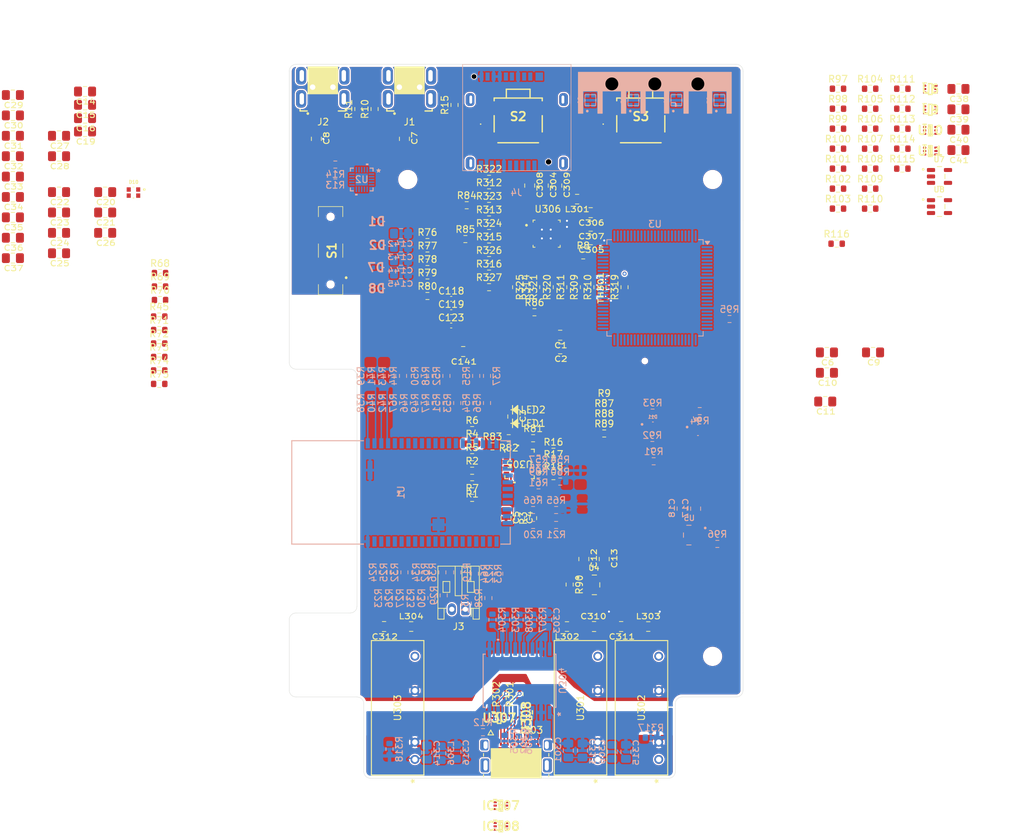
<source format=kicad_pcb>
(kicad_pcb (version 20240108) (generator "pcbnew") (generator_version "8.0")
  (layers (0 "F.Cu" signal) (1 "In1.Cu" power) (2 "In2.Cu" power) (31 "B.Cu" signal) (34 "B.Paste" user) (35 "F.Paste" user) (36 "B.SilkS" user "B.Silkscreen") (37 "F.SilkS" user "F.Silkscreen") (38 "B.Mask" user) (39 "F.Mask" user) (44 "Edge.Cuts" user))
  (net 0 "")
  (net 1 "/Charging_USB/CRFILT")
  (net 2 "/Charging_USB/XIN")
  (net 3 "/Charging_USB/XOUT")
  (net 4 "/Charging_USB/5V")
  (net 5 "/Charging_Isolation/VBUS0")
  (net 6 "GND")
  (net 7 "/Charging_USB/VSYS")
  (net 8 "/LEDs_Switches/SW_RECORD")
  (net 10 "/LEDs_Switches/SW_PLAY")
  (net 11 "/LEDs_Switches/SW_PWR")
  (net 12 "/LEDs_Switches/SW_BTPAIR")
  (net 13 "/Charging_USB/VBUS1")
  (net 14 "/Charging_USB/VDD1")
  (net 15 "/Charging_USB/REGN")
  (net 16 "/Charging_USB/BAT")
  (net 17 "/Charging_USB/PMID")
  (net 18 "/Charging_USB/SW")
  (net 19 "/Charging_USB/BTST")
  (net 20 "/Charging_USB/VBUS0")
  (net 21 "/Charging_Isolation/SBU2")
  (net 22 "/Charging_Isolation/DA+")
  (net 23 "/Charging_Isolation/CC1")
  (net 24 "/Charging_Isolation/DB-")
  (net 25 "/Charging_Isolation/CC2")
  (net 26 "/Charging_Isolation/SBU1")
  (net 27 "+5V")
  (net 28 "GNDPWR")
  (net 29 "Net-(U2-VCAP)")
  (net 30 "Net-(U2-OUT1)")
  (net 31 "Net-(U2-OUT0)")
  (net 32 "+3V3")
  (net 33 "Net-(U2-OUT2)")
  (net 34 "Net-(U2-OUT4)")
  (net 35 "Net-(U2-OUT3)")
  (net 36 "Net-(U2-OUT5)")
  (net 37 "Net-(U2-OUT7)")
  (net 38 "Net-(U2-OUT6)")
  (net 39 "Net-(U2-OUT8)")
  (net 40 "Net-(U2-OUT10)")
  (net 41 "Net-(U2-OUT11)")
  (net 42 "Net-(U2-OUT9)")
  (net 43 "Net-(U1-LED2)")
  (net 44 "/BT/SYS_PWR")
  (net 45 "Net-(U1-LED1)")
  (net 49 "Net-(S2-COM)")
  (net 50 "Net-(U1-P3_4{slash}UART_RTS)")
  (net 51 "Net-(U1-P8_6{slash}UART_RXD)")
  (net 52 "Net-(U1-P8_5{slash}UART_TXD)")
  (net 53 "Net-(U1-P3_7{slash}UART_CTS)")
  (net 54 "Net-(U2-IREF)")
  (net 55 "Net-(S3-COM)")
  (net 56 "/Buds/HR_INTR")
  (net 122 "/Charging_USB/DAB-")
  (net 123 "/Charging_USB/SBU1")
  (net 124 "Net-(J1-SHIELD-PadS1)")
  (net 125 "Net-(J2-SHIELD-PadS1)")
  (net 126 "/Charging_USB/CC1")
  (net 127 "/Buds/REF")
  (net 128 "/Buds/ADS_DRDYL")
  (net 129 "/Buds/I2C_SDA")
  (net 130 "/Charging_USB/DAB+")
  (net 131 "/Buds/I2C_SCL")
  (net 132 "/Buds/ENABLE_PINS")
  (net 133 "/Charging_USB/CC2")
  (net 134 "/Buds/SPI_CSL")
  (net 135 "/Buds/SPI_MISOL")
  (net 136 "/Buds/SPI_CKL")
  (net 137 "/Buds/IMU_CSL")
  (net 138 "/Charging_USB/SBU2")
  (net 139 "/Buds/SPI_MOSIL")
  (net 140 "/Buds/SPI_MOSIR")
  (net 141 "/Buds/SPI_MISOR")
  (net 142 "/Charging_USB/VOUT1")
  (net 143 "/Buds/SPI_CKR")
  (net 144 "/Charging_USB/VOUT2")
  (net 145 "/Buds/ADS_DRDYR")
  (net 146 "/Buds/SPI_CSR")
  (net 147 "/Charging_USB/VOUT3")
  (net 148 "/Charging_USB/VBUS_DET")
  (net 149 "/Charging_USB/RBIAS")
  (net 150 "/LEDs_Switches/LED_SCL")
  (net 151 "/LEDs_Switches/LED_SDA")
  (net 152 "/Charging_USB/TS")
  (net 153 "/Charging_USB/ILIM")
  (net 154 "Net-(J4-SHIELD-Pad10)")
  (net 155 "Net-(J303-SHIELD1)")
  (net 156 "/Charging_USB/PG")
  (net 157 "/Charging_USB/STAT")
  (net 158 "Net-(S1-NC_1)")
  (net 159 "Net-(S1-NO_3)")
  (net 160 "/Charging_USB/INT")
  (net 161 "Net-(U2-ADDR0)")
  (net 162 "Net-(U2-ADDR1)")
  (net 163 "/Charging_USB/SCL")
  (net 164 "/Charging_USB/SDA")
  (net 165 "/LEDs_Switches/LED_EN")
  (net 166 "/Charging_USB/UD-")
  (net 167 "/Charging_USB/SPD")
  (net 168 "/Charging_USB/PDEN")
  (net 169 "/Charging_USB/DD+")
  (net 170 "/Charging_USB/DD-")
  (net 171 "/Charging_USB/UD+")
  (net 172 "/Charging_USB/SPU")
  (net 173 "/Charging_USB/PIN")
  (net 174 "/Charging_USB/DMU")
  (net 175 "/Charging_USB/RESET_N")
  (net 176 "/Charging_USB/OCS1_N")
  (net 177 "/Charging_USB/PRTPWR2")
  (net 178 "/Charging_USB/OCS2_N")
  (net 179 "/Charging_USB/SUSP_IND")
  (net 180 "/Charging_USB/DPU")
  (net 181 "/Charging_USB/SMBDATA")
  (net 182 "/Charging_USB/SMBCLK")
  (net 183 "/Charging_USB/PRTPWR1")
  (net 184 "/Charging_USB/DP2")
  (net 185 "/Charging_USB/DM2")
  (net 186 "/Charging_USB/DM1")
  (net 187 "/Charging_USB/DP1")
  (net 188 "/Charging_USB/CE")
  (net 189 "/Charging_USB/PSEL")
  (net 190 "/Charging_USB/QON")
  (net 191 "/Charging_USB/OTG")
  (net 192 "Net-(J3--Batt)")
  (net 193 "Net-(J3-+Batt)")
  (net 194 "Net-(U1-BAT_IN)")
  (net 195 "Net-(U1-SKI_AMB_DET)")
  (net 196 "Net-(U1-SK2_KEY_AD)")
  (net 197 "Net-(U5-OUT)")
  (net 198 "Net-(U1-ADAP_IN)")
  (net 199 "Net-(U305-PLLFILT)")
  (net 200 "Net-(U304-VBUS2)")
  (net 201 "/MCU/VUSB")
  (net 202 "Net-(U3-VDDA)")
  (net 203 "/MCU/VBAT")
  (net 204 "Net-(U304-VDD2)")
  (net 205 "Net-(D9-Pad2)")
  (net 206 "Net-(D9-Pad1)")
  (net 207 "Net-(D9-Pad4)")
  (net 208 "Net-(D10-Pad1)")
  (net 209 "Net-(D10-Pad2)")
  (net 210 "Net-(D10-Pad4)")
  (net 211 "Net-(D11-Pad1)")
  (net 212 "Net-(D11-Pad4)")
  (net 213 "Net-(D11-Pad2)")
  (net 214 "/SPK_AUDIO+L")
  (net 215 "/TALK_MICL")
  (net 216 "/SPK_AUDIO-L")
  (net 217 "/SPK_AUDIO+R")
  (net 218 "/TALK_MICR")
  (net 219 "/SPK_AUDIO-R")
  (net 220 "Net-(U1-AOHPM)")
  (net 221 "Net-(U1-MICN1)")
  (net 222 "/BT/USB_DM")
  (net 223 "Net-(U1-AOHPL)")
  (net 224 "Net-(U1-P2_6)")
  (net 225 "Net-(U1-RST_N)")
  (net 226 "Net-(U1-AIR)")
  (net 227 "Net-(U1-AOHPR)")
  (net 228 "Net-(U1-SYS_PWR)")
  (net 229 "Net-(U1-P3_2)")
  (net 230 "Net-(U1-P0_7)")
  (net 231 "Net-(U1-P0_3)")
  (net 232 "Net-(U1-AIL)")
  (net 233 "Net-(U1-PWR(MFB))")
  (net 234 "Net-(U1-MICP1)")
  (net 235 "Net-(U1-P0_6)")
  (net 236 "Net-(U1-DMIC1_R)")
  (net 237 "Net-(U1-P1_2{slash}TDI_CPU{slash}SCL)")
  (net 238 "Net-(U1-VDD_IO)")
  (net 239 "Net-(U1-P0_2)")
  (net 240 "Net-(U1-SCLK1)")
  (net 241 "Net-(U1-DR1)")
  (net 242 "Net-(U1-DMIC1_L)")
  (net 243 "Net-(U1-P0_5)")
  (net 244 "Net-(U1-DMIC_CLK)")
  (net 245 "Net-(U1-P1_6{slash}PWM1)")
  (net 246 "Net-(U1-P0_0{slash}UART_TX_IND)")
  (net 247 "Net-(U1-RFS1)")
  (net 248 "Net-(U1-P2_7)")
  (net 249 "Net-(U1-DT1)")
  (net 250 "Net-(U1-MICN2)")
  (net 251 "Net-(U1-MCLK1)")
  (net 252 "Net-(U1-P2_3)")
  (net 253 "/BT/USB_DP")
  (net 254 "Net-(U1-P1_3{slash}TCK_CPU{slash}SDA)")
  (net 255 "Net-(U1-P0_1)")
  (net 256 "Net-(U1-MICP2)")
  (net 257 "Net-(U1-MICBIAS)")
  (net 258 "Net-(U4-EN)")
  (net 259 "Net-(U5-EN)")
  (net 260 "/Charging_USB/USB_SMBCLK")
  (net 261 "/Charging_USB/USB_SMBDATA")
  (net 262 "/Charging_USB/USB_RESET_N")
  (net 263 "/Charging_USB/USB_SUSP_IND")
  (net 264 "/Charging_USB/USB_DM_MCU")
  (net 265 "/Charging_USB/USB_DP_MCU")
  (net 266 "/BT/UART_TXD")
  (net 267 "/BT/UART_RXD")
  (net 268 "/BT/UART_RTS")
  (net 269 "/BT/UART_CTS")
  (net 270 "/BT/UART_TX_IND")
  (net 271 "/BT/SDA_TCK")
  (net 272 "/BT/SCL_TDI")
  (net 273 "/BT/P0_1")
  (net 274 "/BT/P0_2")
  (net 275 "/BT/P0_3")
  (net 276 "/BT/P0_5")
  (net 277 "/BT/P0_6")
  (net 278 "/BT/P0_7")
  (net 279 "/BT/PWM")
  (net 280 "/BT/P2_3")
  (net 281 "/BT/P2_6")
  (net 282 "/BT/P2_7")
  (net 283 "/BT/P3_2")
  (net 284 "/BT/I2S_DR")
  (net 285 "/BT/I2S_RFS")
  (net 286 "/BT/I2S_SCLK")
  (net 287 "/BT/I2S_DT")
  (net 288 "/BT/I2S_MCLK")
  (net 289 "/BT/AIR")
  (net 290 "/BT/AIL")
  (net 291 "/BT/MIN2-")
  (net 292 "/BT/MIC1-")
  (net 293 "/BT/MICBIAS")
  (net 294 "/BT/DMIC_CLK")
  (net 295 "/BT/DMIC_R")
  (net 296 "/BT/DMIC_L")
  (net 298 "/BT/PWR_MFB")
  (net 299 "/BT/RST_N")
  (net 300 "/BT/TEMP_BATT")
  (net 301 "/BT/TEMP_AUX")
  (net 306 "/Charging_USB/BAT_PG")
  (net 307 "/Charging_USB/BAT_STAT")
  (net 308 "/Charging_USB/BAT_INT")
  (net 309 "/BT/LDO_EN")
  (net 310 "/Charging_USB/BAT_QON")
  (net 311 "/Charging_USB/BAT_CE")
  (net 312 "/Charging_USB/BAT_OTG")
  (net 313 "/Charging_USB/BAT_PSEL")
  (net 314 "/Charging_USB/BAT_SCL")
  (net 315 "/Charging_USB/BAT_SDA")
  (net 316 "Net-(J4-VDD_3.3)")
  (net 317 "Net-(J4-VDD_1.8)")
  (net 318 "Net-(J4-DAT0{slash}RCLK+)")
  (net 319 "Net-(J4-CMD)")
  (net 320 "Net-(J4-SWIO)")
  (net 321 "Net-(J4-DAT1{slash}RCLK-)")
  (net 322 "Net-(J4-D0+)")
  (net 323 "Net-(J4-DAT3{slash}CD)")
  (net 324 "Net-(J4-D1+)")
  (net 325 "Net-(J4-CLK)")
  (net 326 "Net-(J4-D0-)")
  (net 327 "Net-(J4-CD)")
  (net 328 "Net-(J4-DAT2)")
  (net 329 "Net-(U7-EN)")
  (net 330 "Net-(U3-PC2)")
  (net 331 "Net-(U3-PC3)")
  (net 332 "Net-(U8-EN)")
  (net 333 "Net-(U3-PC4)")
  (net 334 "Net-(U3-PC5)")
  (net 335 "Net-(U3-PC6)")
  (net 336 "Net-(U3-PC7)")
  (net 337 "Net-(U3-PC8)")
  (net 338 "Net-(U3-PC9)")
  (net 339 "Net-(U3-PC10)")
  (net 340 "Net-(U3-PC11)")
  (net 341 "Net-(U3-PC12)")
  (net 342 "Net-(U3-PD2)")
  (net 343 "Net-(U3-PB8)")
  (net 344 "Net-(U3-PB9)")
  (net 345 "Net-(U3-PA10)")
  (net 348 "Net-(U3-PA13)")
  (net 349 "Net-(U3-PA14)")
  (net 351 "Net-(U3-PA9)")
  (net 352 "Net-(U3-PA8)")
  (footprint "Mustang_Library:R_0603_1608Metric" (layer "F.Cu") (at 175.765 49.5)
    (property "Reference" "R106")
    (property "Value" "24R")
  )
  (footprint "Mustang_Library:L_0805_2012Metric_Pad1.15x1.40mm_HandSolder" (layer "F.Cu") (at 108 123 180)
    (property "Reference" "L304")
    (property "Value" "10uH")
  )
  (footprint "Mustang_Library:JS207011JCQNR" (layer "F.Cu") (at 96.1 67.5 90)
    (property "Reference" "S1")
    (property "Value" "JS207011JCQNR" (hide yes))
  )
  (footprint "Mustang_Library:R_0603_1608Metric" (layer "F.Cu") (at 114.4 46 90)
    (property "Reference" "R15")
    (property "Value" "0R")
  )
  (footprint "Mustang_Library:R_0603_1608Metric" (layer "F.Cu") (at 122.4 95.2 180)
    (property "Reference" "R82")
    (property "Value" "24R")
  )
  (footprint "Mustang_Library:R_0603_1608Metric" (layer "F.Cu") (at 170.815 66.48)
    (property "Reference" "R116")
    (property "Value" "0R")
  )
  (footprint "Mustang_Library:SOTFL50P160X60-6N" (layer "F.Cu") (at 121.24 152.49)
    (property "Reference" "IC308")
    (property "Value" "TPD4E1B06DRLR" (hide yes))
  )
  (footprint "Mustang_Library:C_0805_2012Metric_Pad1.18x1.45mm_HandSolder" (layer "F.Cu") (at 94 51 90)
    (property "Reference" "C8")
    (property "Value" "0.1uF")
  )
  (footprint "Mustang_Library:R_0603_1608Metric" (layer "F.Cu") (at 116 65.8)
    (property "Reference" "R85")
    (property "Value" "5.23K")
  )
  (footprint "Mustang_Library:C_0402_1005Metric" (layer "F.Cu") (at 113.91 74.62)
    (property "Reference" "C118")
    (property "Value" ".1uF")
  )
  (footprint "Mustang_Library:R_0603_1608Metric" (layer "F.Cu") (at 175.765 61.3)
    (property "Reference" "R110")
    (property "Value" "24R")
  )
  (footprint "Mustang_Library:SPU03L-05_MWU" (layer "F.Cu") (at 108.55 142.62 90)
    (property "Reference" "U303")
    (property "Value" "SPU03L-05")
  )
  (footprint "Mustang_Library:R_0603_1608Metric" (layer "F.Cu") (at 180.515 49.5)
    (property "Reference" "R113")
    (property "Value" "24R")
  )
  (footprint "Mustang_Library:C_0402_1005Metric" (layer "F.Cu") (at 113.91 78.56)
    (property "Reference" "C123")
    (property "Value" "1uF")
  )
  (footprint "Mustang_Library:C_0805_2012Metric_Pad1.18x1.45mm_HandSolder" (layer "F.Cu") (at 169.38 85.54)
    (property "Reference" "C10")
    (property "Value" "0.1uF")
  )
  (footprint "Mustang_Library:R_0603_1608Metric" (layer "F.Cu") (at 70.8 79.22)
    (property "Reference" "R71")
    (property "Value" "10K")
  )
  (footprint "Mustang_Library:685119248123" (layer "F.Cu") (at 107.75 43.365 180)
    (property "Reference" "J1")
    (property "Value" "685119248123")
    (property "VALUE" "685119248123" (hide yes))
  )
  (footprint "Mustang_Library:R_0603_1608Metric" (layer "F.Cu") (at 119.5 66.9)
    (property "Reference" "R315")
    (property "Value" "10K")
  )
  (footprint "Mustang_Library:R_0603_1608Metric" (layer "F.Cu") (at 175.765 55.4)
    (property "Reference" "R108")
    (property "Value" "24R")
  )
  (footprint "Mustang_Library:R_0603_1608Metric" (layer "F.Cu") (at 171.015 58.35)
    (property "Reference" "R102")
    (property "Value" "24R")
  )
  (footprint "Mustang_Library:SOT95P280X145-5N" (layer "F.Cu") (at 186 56.55)
    (property "Reference" "U7")
    (property "Value" "LP5907MFX-3.3_NOPB")
  )
  (footprint "Mustang_Library:R_0603_1608Metric" (layer "F.Cu") (at 122 133 90)
    (property "Reference" "R302")
    (property "Value" "24R")
  )
  (footprint "Mustang_Library:R_0603_1608Metric" (layer "F.Cu") (at 136.5 93)
    (property "Reference" "R88")
    (property "Value" "0R")
  )
  (footprint "Mustang_Library:C_0805_2012Metric_Pad1.18x1.45mm_HandSolder" (layer "F.Cu") (at 104 123)
    (property "Reference" "C312")
    (property "Value" "4.7uF")
  )
  (footprint "Mustang_Library:R_0603_1608Metric" (layer "F.Cu") (at 180.515 43.6)
    (property "Reference" "R111")
    (property "Value" "24R")
  )
  (footprint "Mustang_Library:SOTFL50P160X60-6N" (layer "F.Cu") (at 121.24 149.44)
    (property "Reference" "IC307")
    (property "Value" "TPD4E1B06DRLR" (hide yes))
  )
  (footprint "Mustang_Library:R_0603_1608Metric" (layer "F.Cu") (at 110.4 66.24)
    (property "Reference" "R76")
    (property "Value" "2.7K")
  )
  (footprint "Mustang_Library:R_0603_1608Metric" (layer "F.Cu") (at 127.5 72.9 90)
    (property "Reference" "R321")
    (property "Value" "24R")
  )
  (footprint "Mustang_Library:R_0603_1608Metric" (layer "F.Cu") (at 117 104)
    (property "Reference" "R7")
    (property "Value" "24R")
  )
  (footprint "Mustang_Library:R_0603_1608Metric" (layer "F.Cu") (at 131.5 72.9 90)
    (property "Reference" "R311")
    (property "Value" "249R")
  )
  (footprint "Mustang_Library:R_0603_1608Metric" (layer "F.Cu") (at 117 96)
    (property "Reference" "R4")
    (property "Value" "24R")
  )
  (footprint "Mustang_Library:R_0603_1608Metric" (layer "F.Cu") (at 70.8 87.18)
    (property "Reference" "R75")
    (property "Value" "10K")
  )
  (footprint "Mustang_Library:C_0805_2012Metric_Pad1.18x1.45mm_HandSolder" (layer "F.Cu") (at 134.5 63.9)
    (property "Reference" "C307")
    (property "Value" "10uF")
  )
  (footprint "Mustang_Library:R_0603_1608Metric" (layer "F.Cu") (at 126 107 90)
    (property "Reference" "R3")
    (property "Value" "12K")
  )
  (footprint "Mustang_Library:R_0603_1608Metric" (layer "F.Cu") (at 171.015 52.45)
    (property "Reference" "R100")
    (property "Value" "24R")
  )
  (footprint "Mustang_Library:R_0603_1608Metric" (layer "F.Cu") (at 110.4 74.2)
    (property "Reference" "R80")
    (property "Value" "10K")
  )
  (footprint "Mustang_Library:C_0805_2012Metric_Pad1.18x1.45mm_HandSolder" (layer "F.Cu") (at 107 51 90)
    (property "Reference" "C7")
    (property "Value" "0.1uF")
  )
  (footprint "Mustang_Library:C_0805_2012Metric_Pad1.18x1.45mm_HandSolder" (layer "F.Cu") (at 134.5 65.9)
    (property "Reference" "C305")
    (property "Value" "10uF")
  )
  (footprint "Mustang_Library:R_0603_1608Metric" (layer "F.Cu") (at 70.92 72.8)
    (property "Reference" "R69")
    (property "Value" "0R")
  )
  (footprint "Mustang_Library:R_0603_1608Metric" (layer "F.Cu") (at 180.515 46.55)
    (property "Reference" "R112")
    (property "Value" "24R")
  )
  (footprint "Mustang_Library:L_0805_2012Metric_Pad1.15x1.40mm_HandSolder" (layer "F.Cu") (at 143 123 180)
    (property "Reference" "L303")
    (property "Value" "10uH")
  )
  (footprint "Mustang_Library:C_0805_2012Metric_Pad1.18x1.45mm_HandSolder" (layer "F.Cu") (at 123 92 90)
    (property "Reference" "C3")
    (property "Value" "1uF")
  )
  (footprint "Mustang_Library:C_0805_2012Metric_Pad1.18x1.45mm_HandSolder" (layer "F.Cu") (at 122 107 90)
    (property "Reference" "C5")
    (property "Value" "18pF")
  )
  (footprint "Mustang_Library:C_0805_2012Metric_Pad1.18x1.45mm_HandSolder" (layer "F.Cu") (at 130 79.99)
    (property "Reference" "C1")
    (property "Value" "0.1uF")
  )
  (footprint "Mustang_Library:R_0603_1608Metric" (layer "F.Cu") (at 131.4 116.8 -90)
    (property "Reference" "R90")
    (property "Value" "24R")
  )
  (footprint "Mustang_Library:SOTFL50P160X60-6N" (layer "F.Cu") (at 184.64 46.7)
    (property "Reference" "U9")
    (property "Value" "TPD4E1B06DRLR" (hide yes))
  )
  (footprint "Mustang_Library:C_0805_2012Metric_Pad1.18x1.45mm_HandSolder" (layer "F.Cu") (at 136.5 113.0375 90)
    (property "Reference" "C13")
    (property "Value" "1uF")
  )
  (footprint "Mustang_Library:R_0603_1608Metric" (layer "F.Cu") (at 123.5 72.9 -90)
    (property "Reference" "R314")
    (property "Value" "10K")
  )
  (footprint "Mustang_Library:R_0603_1608Metric" (layer "F.Cu") (at 171.015 61.3)
    (property "Reference" "R103")
    (property "Value" "24R")
  )
  (footprint "Mustang_Library:R_0603_1608Metric" (layer "F.Cu") (at 110.4 68.23)
    (property "Reference" "R77")
    (property "Value" "1K")
  )
  (footprint "Mustang_Library:C_0805_2012Metric_Pad1.18x1.45mm_HandSolder" (layer "F.Cu") (at 49.2 50.55)
    (property "Reference" "C31")
    (property "Value" "0.1uF")
  )
  (footprint "Mustang_Library:R_0603_1608Metric" (layer "F.Cu") (at 119.5 64.9)
    (property "Reference" "R324")
    (property "Value" "24R")
  )
  (footprint "Mustang_Library:R_0603_1608Metric" (layer "F.Cu") (at 133.4 68.2)
    (property "Reference" "R8")
    (property "Value" "0R")
  )
  (footprint "Mustang_Library:C_0805_2012Metric_Pad1.18x1.45mm_HandSolder" (layer "F.Cu") (at 59.85 47.95)
    (property "Reference" "C16")
    (property "Value" "10nF")
  )
  (footprint "Mustang_Library:R_0603_1608Metric" (layer "F.Cu") (at 126 95.2)
    (property "Reference" "R81")
    (property "Value" "24R")
  )
  (footprint "Mustang_Library:C_0805_2012Metric_Pad1.18x1.45mm_HandSolder" (layer "F.Cu") (at 56.01 67.89)
    (property "Reference" "C25")
    (property "Value" "0.1uF")
  )
  (footprint "Mustang_Library:R_0603_1608Metric" (layer "F.Cu") (at 70.8 85.19)
    (property "Reference" "R74")
    (property "Value" "10K")
  )
  (footprint "Mustang_Library:685119248123" (layer "F.Cu") (at 94.95 43.365 180)
    (property "Reference" "J2")
    (property "Value" "685119248123")
    (property "VALUE" "685119248123" (hide yes))
  )
  (footprint "Mustang_Library:C_0805_2012Metric_Pad1.18x1.45mm_HandSolder" (layer "F.Cu") (at 49.2 65.6)
    (property "Reference" "C36")
    (property "Value" "0.1uF")
  )
  (footprint "Mustang_Library:R_0603_1608Metric" (layer "F.Cu") (at 119.5 60.9)
    (property "Reference" "R323")
    (property "Value" "24R")
  )
  (footprint "Mustang_Library:R_0603_1608Metric" (layer "F.Cu") (at 136.5 94.5)
    (property "Reference" "R89")
    (property "Value" "0R")
  )
  (footprint "Mustang_Library:C_0805_2012Metric_Pad1.18x1.45mm_HandSolder" (layer "F.Cu") (at 49.2 59.58)
    (property "Reference" "C34")
    (property "Value" "0.1uF")
  )
  (footprint "Mustang_Library:C_0805_2012Metric_Pad1.18x1.45mm_HandSolder" (layer "F.Cu") (at 62.82 58.86)
    (property "Reference" "C20")
    (property "Value" "0.1uF")
  )
  (footprint "Mustang_Library:R_0603_1608Metric" (layer "F.Cu") (at 175.765 58.35)
    (property "Reference" "R109")
    (property "Value" "24R")
  )
  (footprint "Mustang_Library:R_0603_1608Metric" (layer "F.Cu") (at 136.5 91.5)
    (property "Reference" "R87")
    (property "Value" "0R")
  )
  (footprint "Mustang_Library:LED_EAST16084BA8_EVE" (layer "F.Cu") (at 126 91)
    (property "Reference" "LED2")
    (property "Value" "EAST16084BA8")
  )
  (footprint "Mustang_Library:C_0805_2012Metric_Pad1.18x1.45mm_HandSolder" (layer "F.Cu") (at 135 123 180)
    (property "Reference" "C310")
    (property "Value" "4.7uF")
  )
  (footprint "Mustang_Library:R_0603_1608Metric" (layer "F.Cu") (at 100.2 46.6 90)
    (property "Reference" "R11")
    (property "Value" "0R")
  )
  (footprint "Mustang_Library:R_0603_1608Metric" (layer "F.Cu") (at 70.8 83.2)
    (property "Reference" "R73")
    (property "Value" "10K")
  )
  (footprint "Mustang_Library:R_0603_1608Metric" (layer "F.Cu") (at 119.5 62.9)
    (property "Reference" "R313")
    (property "Value" "10K")
  )
  (footprint "Mustang_Library:C_0805_2012Metric_Pad1.18x1.45mm_HandSolder" (layer "F.Cu") (at 49.2 62.59)
    (property "Reference" "C35")
    (property "Value" "0.1uF")
  )
  (footprint "Mustang_Library:R_0603_1608Metric" (layer "F.Cu") (at 171.015 49.5)
    (property "Reference" "R99")
    (property "Value" "24R")
  )
  (footprint "Mustang_Library:C_0805_2012Metric_Pad1.18x1.45mm_HandSolder" (layer "F.Cu") (at 62.82 61.87)
    (property "Reference" "C21")
    (property "Value" "0.1uF")
  )
  (footprint "Mustang_Library:C_0805_2012Metric_Pad1.18x1.45mm_HandSolder" (layer "F.Cu") (at 127.5 57.9 90)
    (property "Reference" "C304")
    (property "Value" "4.7uF")
  )
  (footprint "Mustang_Library:R_0603_1608Metric" (layer "F.Cu") (at 171.015 43.6)
    (property "Reference" "R97")
    (property "Value" "24R")
  )
  (footprint "Mustang_Library:R_0603_1608Metric" (layer "F.Cu") (at 175.765 43.6)
    (property "Reference" "R104")
    (property "Value" "24R")
  )
  (footprint "Mustang_Library:R_0603_1608Metric" (layer "F.Cu") (at 129 100.8)
    (property "Reference" "R18")
    (property "Value" "24R")
  )
  (footprint "Mustang_Library:R_0603_1608Metric" (layer "F.Cu") (at 110.4 70.22)
    (property "Reference" "R78")
    (property "Value" "10K")
  )
  (footprint "Mustang_Library:QFN50P400X400X100-25N" (layer "F.Cu") (at 128 65)
    (property "Reference" "U306")
    (property "Value" "BQ24296RGER")
  )
  (footprint "Mustang_Library:C_0805_2012Metric_Pad1.18x1.45mm_HandSolder" (layer "F.Cu") (at 49.2 56.57)
    (property "Reference" "C33")
    (property "Value" "0.1uF")
  )
  (footprint "Mustang_Library:R_0603_1608Metric" (layer "F.Cu") (at 117 94)
    (property "Reference" "R6")
    (property "Value" "24R")
  )
  (footprint "Mustang_Library:SOTFL50P160X60-6N" (layer "F.Cu") (at 184.64 52.8)
    (property "Reference" "U11")
    (property "Value" "TPD4E1B06DRLR" (hide yes))
  )
  (footprint "Mustang_Library:SQFN24_4X4MC_MCH" (layer "F.Cu") (at 124 99 180)
    (property "Reference" "U305")
    (property "Value" "USB2422T-I/MJ")
  )
  (footprint "Mustang_Library:R_0603_1608Metric" (layer "F.Cu") (at 171.015 55.4)
    (property "Reference" "R101")
    (property "Value" "24R")
  )
  (footprint "Mustang_Library:R_0603_1608Metric" (layer "F.Cu") (at 180.515 52.45)
    (property "Reference" "R114")
    (property "Value" "24R")
  )
  (footprint "Mustang_Library:PTS645VN13SMTR92LFS" (layer "F.Cu") (at 141.9 48.275)
    (property "Reference" "S3")
    (property "Value" "PTS645VN13SMTR92LFS" (hide yes))
  )
  (footprint "Mustang_Library:R_0603_1608Metric" (layer "F.Cu") (at 117 100)
    (property "Reference" "R2")
    (property "Value" "100K")
  )
  (footprint "Mustang_Library:C_0805_2012Metric_Pad1.18x1.45mm_HandSolder" (layer "F.Cu") (at 56.01 61.87)
    (property "Reference" "C23")
    (property "Value" "0.1uF")
  )
  (footprint "Mustang_Library:R_0603_1608Metric" (layer "F.Cu") (at 139.5 72.9 90)
    (property "Reference" "R319")
    (property "Value" "24R")
  )
  (footprint "Mustang_Library:R_0603_1608Metric" (layer "F.Cu") (at 133.5 72.9 90)
    (property "Reference" "R309")
    (property "Value" "30.9K")
  )
  (footprint "Mustang_Library:R_0603_1608Metric" (layer "F.Cu") (at 119.5 70.9)
    (property "Reference" "R316")
    (property "Value" "10K")
  )
  (footprint "Mustang_Library:C_0805_2012Metric_Pad1.18x1.45mm_HandSolder" (layer "F.Cu") (at 139 123)
    (property "Reference" "C311")
    (property "Value" "4.7uF")
  )
  (footprint "Mustang_Library:C_0805_2012Metric_Pad1.18x1.45mm_HandSolder" (layer "F.Cu") (at 134.5 61.9)
    (property "Reference" "C306")
    (property "Value" "10uF")
  )
  (footprint "Mustang_Library:C_0805_2012Metric_Pad1.18x1.45mm_HandSolder" (layer "F.Cu") (at 188.795 49.65)
    (property "Reference" "C40")
    (property "Value" "1uF")
  )
  (footprint "Mustang_Library:R_0603_1608Metric" (layer "F.Cu") (at 171.015 46.55)
    (property "Reference" "R98")
    (property "Value" "24R")
  )
  (footprint "Mustang_Library:C_0805_2012Metric_Pad1.18x1.45mm_HandSolder" (layer "F.Cu") (at 49.2 53.56)
    (property "Reference" "C32")
    (property "Value" "0.1uF")
  )
  (footprint "Mustang_Library:R_0603_1608Metric" (layer "F.Cu") (at 70.92 70.81)
    (property "Reference" "R68")
    (property "Value" "0R")
  )
  (footprint "Mustang_Library:R_0603_1608Metric" (layer "F.Cu") (at 117 102 180)
    (property "Reference" "R1")
    (property "Value" "100K")
  )
  (footprint "Mustang_Library:C_0805_2012Metric_Pad1.18x1.45mm_HandSolder" (layer "F.Cu") (at 115.68 82.4)
    (property "Reference" "C141")
    (property "Value" ".1uF")
  )
  (footprint "Mustang_Library:R_0805_2012Metric_Pad1.20x1.40mm_HandSolder" (layer "F.Cu") (at 137.5 72.9 -90)
    (property "Reference" "TH301")
    (property "Value" "Thermistor")
  )
  (footprint "Mustang_Library:JST_PH_S2B-PH-K_1x02_P2.00mm_Horizontal" (layer "F.Cu") (at 116 120.45 180)
    (property "Reference" "J3")
    (property "Value" "Conn_01x02_Pin_JST-PH_Batt")
  )
  (footprint "Mustang_Library:R_0603_1608Metric" (layer "F.Cu") (at 125.5 72.9 90)
    (property "Reference" "R325")
    (property "Value" "24R")
  )
  (footprint "Mustang_Library:C_0805_2012Metric_Pad1.18x1.45mm_HandSolder" (layer "F.Cu") (at 169.13 89.78)
    (property "Reference" "C11")
    (property "Value" "0.1uF")
  )
  (footprint "Mustang_Library:SOTFL50P160X60-6N" (layer "F.Cu") (at 184.64 49.75)
    (property "Reference" "U10")
    (property "Value" "TPD4E1B06DRLR" (hide yes))
  )
  (footprint "Mustang_Library:R_0603_1608Metric" (layer "F.Cu") (at 119.5 68.9)
    (property "Reference" "R326")
    (property "Value" "24R")
  )
  (footprint "Mustang_Library:C_0805_2012Metric_Pad1.18x1.45mm_HandSolder" (layer "F.Cu") (at 188.795 52.66)
    (property "Reference" "C41")
    (property "Value" "1uF")
  )
  (footprint "Mustang_Library:C_0805_2012Metric_Pad1.18x1.45mm_HandSolder" (layer "F.Cu") (at 125.5 57.9 90)
    (property "Reference" "C308")
    (property "Value" "8.2uF")
  )
  (footprint "Mustang_Library:R_0603_1608Metric" (layer "F.Cu") (at 129 97.2)
    (property "Reference" "R16")
    (property "Value" "24R")
  )
  (footprint "Mustang_Library:R_0603_1608Metric" (layer "F.Cu") (at 175.765 52.45)
    (property "Reference" "R107")
    (property "Value" "24R")
  )
  (footprint "Mustang_Library:C_0805_2012Metric_Pad1.18x1.45mm_HandSolder" (layer "F.Cu") (at 62.82 64.88)
    (property "Reference" "C26")
    (property "Value" "0.1uF")
  )
  (footprint "Mustang_Library:SOTFL50P160X60-6N" (layer "F.Cu") (at 125 136.5 -90)
    (property "Reference" "U308")
    (property "Value" "TPD4E1B06DRLR" (hide yes))
  )
  (footprint "Mustang_Library:C_0805_2012Metric_Pad1.18x1.45mm_HandSolder" (layer "F.Cu") (at 188.795 46.64)
    (property "Reference" "C39")
    (property "Value" "1uF")
  )
  (footprint "Mustang_Library:C_0805_2012Metric_Pad1.18x1.45mm_HandSolder" (layer "F.Cu") (at 49.2 44.53)
    (property "Reference" "C29")
    (property "Value" "0.1uF")
  )
  (footprint "Mustang_Library:R_0603_1608Metric" (layer "F.Cu") (at 135.5 72.9 90)
    (property "Reference" "R310")
    (property "Value" "5.23K")
  )
  (footprint "Mustang_Library:C_0805_2012Metric_Pad1.18x1.45mm_HandSolder" (layer "F.Cu") (at 59.85 45.98)
    (property "Reference" "C15")
    (property "Value" "10nF")
  )
  (footprint "Mustang_Library:C_0805_2012Metric_Pad1.18x1.45mm_HandSolder" (layer "F.Cu") (at 49.2 68.61)
    (property "Reference" "C37")
    (property "Value" "1uF")
  )
  (footprint "Mustang_Library:R_0603_1608Metric" (layer "F.Cu") (at 175.765 46.55)
    (property "Reference" "R105")
    (property "Value" "24R")
  )
  (footprint "Mustang_Library:R_0603_1608Metric" (layer "F.Cu") (at 119.5 72.9)
    (property "Reference" "R327")
    (property "Value" "24R")
  )
  (footprint "Mustang_Library:R_0603_1608Metric" (layer "F.Cu") (at 70.8 77.23)
    (property "Reference" "R45")
    (property "Value" "1K")
  )
  (footprint "Mustang_Library:C_0805_2012Metric_Pad1.18x1.45mm_HandSolder" (layer "F.Cu") (at 59.85 44.01)
    (property "Reference" "C14")
    (property "Value" ".1uF")
  )
  (footprint "Mustang_Library:C_0805_2012Metric_Pad1.18x1.45mm_HandSolder" (layer "F.Cu") (at 59.85 49.92)
    (property "Reference" "C19")
    (property "Value" ".1uF")
  )
  (footprint "Mustang_Library:C_0805_2012Metric_Pad1.18x1.45mm_HandSolder" (layer "F.Cu") (at 169.38 82.53)
    (property "Reference" "C6")
    (property "Value" "0.1uF")
  )
  (footprint "Mustang_Library:R_0603_1608Metric" (layer "F.Cu") (at 180.515 55.4)
    (property "Reference" "R115")
    (property "Value" "24R")
  )
  (footprint "Mustang_Library:R_0603_1608Metric" (layer "F.Cu") (at 110.4 72.21)
    (property "Reference" "R79")
    (property "Value" "1K")
  )
  (footprint "Mustang_Library:SOT95P280X145-5N" (layer "F.Cu") (at 135.045 116.85)
    (property "Reference" "U4")
    (property "Value" "LP5907MFX-3.3_NOPB")
  )
  (footprint "Mustang_Library:SPU03L-05_MWU" (layer "F.Cu") (at 135.55 142.62 90)
    (property "Reference" "U301")
    (property "Value" "SPU03L-05")
  )
  (footprint "Mustang_Library:R_0603_1608Metric" (layer "F.Cu") (at 102.6 46.6 90)
    (property "Reference" "R10")
    (property "Value" "0R")
  )
  (footprint "Mustang_Library:C_0805_2012Metric_Pad1.18x1.45mm_HandSolder" (layer "F.Cu") (at 188.795 43.63)
    (property "Reference" "C38")
    (property "Value" "1uF")
  )
  (footprint "Mustang_Library:C_0805_2012Metric_Pad1.18x1.45mm_HandSolder" (layer "F.Cu") (at 176.19 82.53)
    (property "Reference" "C9")
    (property "Value" "0.1uF")
  )
  (footprint "Mustang_Library:R_0603_1608Metric" (layer "F.Cu") (at 126.2 76.6)
    (property "Reference" "R86")
    (property "Value" "5.23K")
  )
  (footprint "Mustang_Library:C_0805_2012Metric_Pad1.18x1.45mm_HandSolder" (layer "F.Cu") (at 124 107 90)
    (property "Reference" "C4")
    (property "Value" "18pF")
  )
  (footprint "Mustang_Library:SOT95P280X145-5N" (layer "F.Cu") (at 186 61)
    (property "Reference" "U8")
    (property "Value" "LP5907MFX-1.8_NOPB")
  )
  (footprint "Mustang_Library:R_0603_1608Metric" (layer "F.Cu") (at 70.8 81.21)
    (property "Reference" "R72")
    (property "Value" "1K")
  )
  (footprint "Mustang_Library:C_0805_2012Metric_Pad1.18x1.45mm_HandSolder" (layer "F.Cu") (at 56.01 58.86)
    (property "Reference" "C22")
    (property "Value" "0.1uF")
  )
  (footprint "Mustang_Library:L_0805_2012Metric_Pad1.15x1.40mm_HandSolder" (layer "F.Cu") (at 132.5 59.9)
    (property "Reference" "L301")
    (property "Value" "1uH")
  )
  (footprint "Mustang_Library:SOTFL50P160X60-6N" (layer "F.Cu") (at 121 136.5)
    (property "Reference" "U307")
    (property "Value" "TPD4E1B06DRLR" (hide yes))
  )
  (footprint "Mustang_Library:C_0805_2012Metric_Pad1.18x1.45mm_HandSolder" (layer "F.Cu") (at 49.2 47.54)
    (property "Reference" "C30")
    (property "Value" "0.1uF")
  )
  (footprint "Mustang_Library:LED_EAST1616RGBA3" (layer "F.Cu") (at 67 58.93)
    (property "Reference" "D10")
    (property "Value" "EAST1616RGBA3")
  )
  (footprint "Mustang_Library:R_0603_1608Metric" (layer "F.Cu") (at 119.5 58.9)
    (property "Reference" "R312")
    (property "Value" "10K")
  )
  (footprint "Mustang_Library:MOLEX_2130830005" (layer "F.Cu") (at 123.5 143.5)
    (property "Reference" "J303")
    (property "Value" "2130830005" (hide yes))
  )
  (footprint "Mustang_Library:C_0805_2012Metric_Pad1.18x1.45mm_HandSolder" (layer "F.Cu") (at 133.49 113.0375 90)
    (property "Reference" "C12")
    (property "Value" "1uF")
  )
  (footprint "Mustang_Library:R_0603_1608Metric" (layer "F.Cu") (at 136.5 90)
    (property "Reference" "R9")
    (property "Value" "0R")
  )
  (footprint "Mustang_Library:SOTFL50P160X60-6N" (layer "F.Cu") (at 184.64 43.65)
    (property "Reference" "U6")
    (property "Value" "TPD4E1B06DRLR" (hide yes))
  )
  (footprint "Mustang_Library:C_0805_2012Metric_Pad1.18x1.45mm_HandSolder" (layer "F.Cu") (at 56.01 50.55)
    (property "Reference" "C27")
    (property "Value" "0.1uF")
  )
  (footprint "Mustang_Library:LED_EAST16084BA8_EVE" (layer "F.Cu") (at 126 93)
    (property "Reference" "LED1")
    (property "Value" "EAST16084BA8")
  )
  (footprint "Mustang_Library:C_0805_2012Metric_Pad1.18x1.45mm_HandSolder" (layer "F.Cu") (at 130 82)
    (property "Reference" "C2")
    (property "Value" "1uF")
  )
  (footprint "Mustang_Library:R_0603_1608Metric" (layer "F.Cu") (at 124 133 90)
    (property "Reference" "R301")
    (property "Value" "24R")
  )
  (footprint "Mustang_Library:R_0603_1608Metric" (layer "F.Cu") (at 129 99)
    (property "Reference" "R17")
    (property "Value" "24R")
  )
  (footprint "Mustang_Library:R_0603_1608Metric" (layer "F.Cu") (at 120 96.4)
    (property "Reference" "R83")
    (property "Value" "24R")
  )
  (footprint "Mustang_Library:R_0603_1608Metric" (layer "F.Cu") (at 116.2 60.8)
    (property "Reference" "R84")
    (property "Value" "5.23K")
  )
  (footprint "Mustang_Library:SPU03L-05_MWU" (layer "F.Cu") (at 144.55 142.62 90)
    (property "Reference" "U302")
    (property "Value" "SPU03L-05")
  )
  (footprint "Mustang_Library:PTS645VN13SMTR92LFS" (layer "F.Cu") (at 123.8 48.275)
    (property "Reference" "S2")
    (property "Value" "PTS645VN13SMTR92LFS" (hide yes))
  )
  (footprint "Mustang_Library:C_0805_2012Metric_Pad1.18x1.45mm_HandSolder" (layer "F.Cu") (at 129.5 57.9 90)
    (property "Reference" "C309")
    (property "Value" "47nF")
  )
  (footprint "Mustang_Library:R_0603_1608Metric" (layer "F.Cu") (at 129.5 72.9 90)
    (property "Reference" "R320")
    (property "Value" "24R")
  )
  (footprint "Mustang_Library:R_0603_1608Metric" (layer "F.Cu") (at 119.5 56.9)
    (property "Reference" "R322")
    (property "Value" "24R")
  )
  (footprint "Mustang_Library:C_0805_2012Metric_Pad1.18x1.45mm_HandSolder" (layer "F.Cu") (at 56.01 53.56)
    (property "Reference" "C28")
    (property "Value" "0.1uF")
  )
  (footprint "Mustang_Library:C_0402_1005Metric" (layer "F.Cu") (at 113.91 76.59)
    (property "Reference" "C119")
    (property "Value" "10nF")
  )
  (footprint "Mustang_Library:L_0805_2012Metric_Pad1.15x1.40mm_HandSolder" (layer "F.Cu") (at 131 123)
    (property "Reference" "L302")
    (property "Value" "10uH")
  )
  (footprint "Mustang_Library:R_0603_1608Metric" (layer "F.Cu") (at 70.92 74.79)
    (property "Reference" "R70")
    (property "Value" "24R")
  )
  (footprint "Mustang_Library:C_0805_2012Metric_Pad1.18x1.45mm_HandSolder" (layer "F.Cu") (at 56.01 64.88)
    (property "Reference" "C24")
    (property "Value" "0.1uF")
  )
  (footprint "Mustang_Library:R_0603_1608Metric" (layer "F.Cu") (at 117 98)
    (property "Reference" "R5")
    (property "Value" "24R")
  )
  (footprint "Mustang_Library:R_0603_1608Metric" (layer "B.Cu") (at 111.6 86 -90)
    (property "Reference" "R48")
    (property "Value" "24R")
  )
  (footprint "Mustang_Library:R_0603_1608Metric" (layer "B.Cu") (at 119.4 118.8 -90)
    (property "Reference" "R28")
    (property "Value" "24R")
  )
  (footprint "Mustang_Library:C_0805_2012Metric_Pad1.18x1.45mm_HandSolder" (layer "B.Cu") (at 114.6 141.5 -90)
    (property "Reference" "C316")
    (property "Value" "0.1uF")
  )
  (footprint "Mustang_Library:C_0805_2012Metric_Pad1.18x1.45mm_HandSolder" (layer "B.Cu") (at 106.5 66.96 180)
    (property "Reference" "C143")
    (property "Value" "1uF")
  )
  (footprint "Mustang_Library:R_0603_1608Metric" (layer "B.Cu") (at 119.2 90 -90)
    (property "Reference" "R56")
    (property "Value" "24R")
  )
  (footprint "Mustang_Library:R_0603_1608Metric" (layer "B.Cu") (at 105.2 86 -90)
    (property "Reference" "R43")
    (property "Value" "0R")
  )
  (footprint "Mustang_Library:R_0603_1608Metric" (layer "B.Cu") (at 105.4 115 -90)
    (property "Reference" "R25")
    (property "Value" "24R")
  )
  (footprint "Mustang_Library:R_0603_1608Metric" (layer "B.Cu") (at 150.599998 91.2)
    (property "Reference" "R94")
    (property "Value" "10K")
  )
  (footprint "Mustang_Library:SOT95P280X145-5N" (layer "B.Cu") (at 149 109.5 180)
    (property "Reference" "U5")
    (property "Value" "LP5907MFX-3.3_NOPB")
  )
  (footprint "Mustang_Library:R_0603_1608Metric" (layer "B.Cu") (at 130 101.6 180)
    (property "Reference" "R60")
    (property "Value" "24R")
  )
  (footprint "Mustang_Library:C_0805_2012Metric_Pad1.18x1.45mm_HandSolder" (layer "B.Cu") (at 106.5 70.9 180)
    (property "Reference" "C145")
    (property "Value" ".1uF")
  )
  (footprint "Mustang_Library:L_0805_2012Metric_Pad1.15x1.40mm_HandSolder" (layer "B.Cu") (at 137.7 141.5 90)
    (property "Reference" "L305")
    (property "Value" "1uH")
  )
  (footprint "Mustang_Library:R_0603_1608Metric" (layer "B.Cu") (at 126 108)
    (property "Reference" "R20")
    (property "Value" "24R")
  )
  (footprint "Mustang_Library:RW_16_ADI" (layer "B.Cu") (at 124 131 90)
    (property "Reference" "U304")
    (property "Value" "ADUM4160BRWZ" (hide yes))
  )
  (footprint "Mustang_Library:C_0805_2012Metric_Pad1.18x1.45mm_HandSolder" (layer "B.Cu") (at 148 105.6 90)
    (property "Reference" "C18")
    (property "Value" "1uF")
  )
  (footprint "Mustang_Library:R_0603_1608Metric" (layer "B.Cu") (at 153.2 110.8 180)
    (property "Reference" "R96")
    (property "Value" "24R")
  )
  (footprint "Mustang_Library:R_0603_1608Metric" (layer "B.Cu") (at 143.6425 91.42 180)
    (property "Reference" "R93")
    (property "Value" "5.23K")
  )
  (footprint "Mustang_Library:R_0603_1608Metric" (layer "B.Cu") (at 117.6 86 -90)
    (property "Reference" "R55")
    (property "Value" "24R")
  )
  (footprint "Mustang_Library:LED_EAST1616RGBA3" (layer "B.Cu") (at 143.685 93.6 180)
    (property "Reference" "D11")
    (property "Value" "EAST1616RGBA3")
  )
  (footprint "Mustang_Library:LED_EAST1616RGBA3" (layer "B.Cu") (at 147.15 45.3 -90)
    (property "Reference" "D4")
    (property "Value" "EAST1616RGBA3")
  )
  (footprint "Mustang_Library:R_0603_1608Metric" (layer "B.Cu") (at 112.8 118.4 -90)
    (property "Reference" "R29")
    (property "Value" "24R")
  )
  (footprint "Mustang_Library:R_0603_1608Metric" (layer "B.Cu") (at 143.8 98.6 180)
    (property "Reference" "R91")
    (property "Value" "5.23K")
  )
  (footprint "Mustang_Library:R_0603_1608Metric" (layer "B.Cu") (at 126.8 101.6 180)
    (property "Reference" "R59")
    (property "Value" "0R")
  )
  (footprint "Mustang_Library:R_0603_1608Metric" (layer "B.Cu") (at 109.4 118.8 -90)
    (property "Reference" "R33")
    (property "Value" "24R")
  )
  (footprint "Mustang_Library:C_0805_2012Metric_Pad1.18x1.45mm_HandSolder" (layer "B.Cu") (at 106.5 64.99 180)
    (property "Reference" "C142")
    (property "Value" ".1uF")
  )
  (footprint "Mustang_Library:R_0603_1608Metric" (layer "B.Cu") (at 129.4 108)
    (property "Reference" "R21")
    (property "Value" "24R")
  )
  (footprint "Mustang_Library:ESD7551N2T5G" (layer "B.Cu") (at 103 66.7 180)
    (property "Reference" "D2")
    (property "Value" "ESD7551N2T5G" (hide yes))
  )
  (footprint "Mustang_Library:R_0603_1608Metric" (layer "B.Cu") (at 117.6 90 -90)
    (property "Reference" "R54")
    (property "Value" "24R")
  )
  (footprint "Mustang_Library:microSD_XC_CUI_MSD4-1-A" (layer "B.Cu") (at 123.6 45.2)
    (property "Reference" "J4")
    (property "Value" "Micro_SD_Card_4.0_CUI")
  )
  (footprint "Mustang_Library:C_0805_2012Metric_Pad1.18x1.45mm_HandSolder" (layer "B.Cu") (at 110.3 141.6 -90)
    (property "Reference" "C314")
    (property "Value" "4.7uF")
  )
  (footprint "Mustang_Library:R_0603_1608Metric" (layer "B.Cu") (at 112.6 115 -90)
    (property "Reference" "R36")
    (property "Value" "24R")
  )
  (footprint "Mustang_Library:R_0603_1608Metric" (layer "B.Cu") (at 113.2 86 -90)
    (property "Reference" "R52")
    (property "Value" "0R")
  )
  (footprint "Mustang_Library:R_0603_1608Metric" (layer "B.Cu") (at 102 90 -90)
    (property "Reference" "R38")
    (property "Value" "24R")
  )
  (footprint "Mustang_Library:R_0603_1608Metric" (layer "B.Cu") (at 111 118.8 -90)
    (property "Reference" "R30")
    (property "Value" "24R")
  )
  (footprint "Mustang_Library:R_0603_1608Metric" (layer "B.Cu") (at 122 122 90)
    (property "Reference" "R303")
    (property "Value" "24R")
  )
  (footprint "Mustang_Library:R_0603_1608Metric" (layer "B.Cu") (at 104.6 118.8 -90)
    (property "Reference" "R23")
    (property "Value" "24R")
  )
  (footprint "Mustang_Library:R_0603_1608Metric" (layer "B.Cu") (at 103.6 86 -90)
    (property "Reference" "R41")
    (property "Value" "24R")
  )
  (footprint "Mustang_Library:C_0805_2012Metric_Pad1.18x1.45mm_HandSolder" (layer "B.Cu") (at 128 122 -90)
    (property "Reference" "C303")
    (property "Value" "0.1uF")
  )
  (footprint "Mustang_Library:R_0603_1608Metric" (layer "B.Cu") (at 118.6 138.6 180)
    (property "Reference" "R12")
    (property "Value" "0R")
  )
  (footprint "Mustang_Library:Light_Pipe_LEDs" (layer "B.Cu") (at 144.025 37.4125 180)
    (property "Reference" "MECH1" (hide yes))
    (property "Value" "Light_Pipe_LEDs")
  )
  (footprint "Mustang_Library:R_0603_1608Metric" (layer "B.Cu") (at 120 122 90)
    (property "Reference" "R304")
    (property "Value" "24R")
  )
  (footprint "Mustang_Library:QFN_2RUKR_TEX" (layer "B.Cu") (at 100.7 57 180)
    (property "Reference" "U2")
    (property "Value" "LP5012RUKR")
  )
  (footprint "Mustang_Library:R_0603_1608Metric" (layer "B.Cu") (at 124 122 90)
    (property "Reference" "R308")
    (property "Value" "10K")
  )
  (footprint "Mustang_Library:R_0603_1608Metric" (layer "B.Cu") (at 126.8 103.2 180)
    (property "Reference" "R61")
    (property "Value" "24R")
  )
  (footprint "Mustang_Library:R_0603_1608Metric" (layer "B.Cu") (at 129.4 105.8 180)
    (property "Reference" "R65")
    (property "Value" "0R")
  )
  (footprint "Mustang_Library:LED_EAST1616RGBA3" (layer "B.Cu") (at 150.339998 94 180)
    (property "Reference" "D9")
    (property "Value" "EAST1616RGBA3")
  )
  (footprint "Mustang_Library:R_0603_1608Metric" (layer "B.Cu") (at 110 86 -90)
    (property "Reference" "R50")
    (property "Value" "0R")
  )
  (footprint "Mustang_Library:R_0603_1608Metric" (layer "B.Cu") (at 106.8 90 -90)
    (property "Reference" "R67")
    (property "Value" "0R")
  )
  (footprint "Mustang_Library:C_0805_2012Metric_Pad1.18x1.45mm_HandSolder" (layer "B.Cu") (at 126.1 140 90)
    (property "Reference" "C302")
    (property "Value" "0.1uF")
  )
  (footprint "Package_QFP:LQFP-100_14x14mm_P0.5mm" (layer "B.Cu") (at 144 73 180)
    (property "Reference" "U3")
    (property "Value" "STM32L496VGT6_Mustang")
  )
  (footprint "Mustang_Library:R_0603_1608Metric" (layer "B.Cu") (at 117.4 119.6 -90)
    (property "Reference" "R31")
    (property "Value" "24R")
  )
  (footprint "Mustang_Library:R_0603_1608Metric" (layer "B.Cu") (at 113.2 90 -90)
    (property "Reference" "R51")
    (property "Value" "0R")
  )
  (footprint "Mustang_Library:R_0603_1608Metric" (layer "B.Cu") (at 119.2 86 90)
    (property "Reference" "R37")
    (property "Value" "24R")
  )
  (footprint "Mustang_Library:R_0603_1608Metric" (layer "B.Cu") (at 110 90 -90)
    (property "Reference" "R49")
    (property "Value" "0R")
  )
  (footprint "Mustang_Library:R_0603_1608Metric" (layer "B.Cu") (at 126 105.8 180)
    (property "Reference" "R66")
    (property "Value" "0R")
  )
  (footprint "Mustang_Library:R_0603_1608Metric" (layer "B.Cu") (at 106.2 118.8 -90)
    (property "Reference" "R26")
    (property "Value" "24R")
  )
  (footprint "Mustang_Library:R_0603_1608Metric" (layer "B.Cu") (at 114.8 90 -90)
    (property "Reference" "R53")
    (property "Value" "0R")
  )
  (footprint "Mustang_Library:R_0603_1608Metric" (layer "B.Cu") (at 123.9 140 90)
    (property "Reference" "R306")
    (property "Value" "10K")
  )
  (footprint "Mustang_Library:R_0603_1608Metric" (layer "B.Cu") (at 108.6 115 90)
    (property "Reference" "R62")
    (property "Value" "24R")
  )
  (footprint "Mustang_Library:C_0805_2012Metric_Pad1.18x1.45mm_HandSolder" (layer "B.Cu") (at 133.3 141.3 -90)
    (property "Reference" "C313")
    (property "Value" "4.7uF")
  )
  (footprint "Mustang_Library:BM83_MCH" (layer "B.Cu") (at 106.5 103.2 -90)
    (property "Reference" "U1")
    (property "Value" "BM83SM1-00TB")
  )
  (footprint "Mustang_Library:R_0603_1608Metric" (layer "B.Cu") (at 119.4 115.2 90)
    (property "Reference" "R63")
    (property "Value" "0R")
  )
  (footprint "Mustang_Library:LED_EAST1616RGBA3" (layer "B.Cu") (at 140.8 45.3 -90)
    (property "Reference" "D5")
    (property "Value" "EAST1616RGBA3")
  )
  (footprint "Mustang_Library:R_0603_1608Metric" (layer "B.Cu") (at 96.8 54.8)
    (property "Reference" "R14")
    (property "Value" "0R")
  )
  (footprint "Mustang_Library:R_0603_1608Metric" (layer "B.Cu") (at 106.8 86 -90)
    (property "Reference" "R44")
    (property "Value" "0R")
  )
  (footprint "Mustang_Library:R_0603_1608Metric" (layer "B.Cu") (at 126.8 99.8 180)
    (property "Reference" "R57")
    (property "Value" "0R")
  )
  (footprint "Mustang_Library:R_0603_1608Metric" (layer "B.Cu") (at 143.6 96.2 180)
    (property "Reference" "R92")
    (property "Value" "5.23K")
  )
  (footprint "Mustang_Library:R_0603_1608Metric" (layer "B.Cu") (at 126 122 90)
    (property "Reference" "R307")
    (property "Value" "10K")
  )
  (footprint "Mustang_Library:ESD7551N2T5G" (layer "B.Cu") (at 102.9 73.1 180)
    (property "Reference" "D8")
    (property "Value" "ESD7551N2T5G" (hide yes))
  )
  (footprint "Mustang_Library:C_0805_2012Metric_Pad1.18x1.45mm_HandSolder" (layer "B.Cu") (at 150 105.6 90)
    (property "Reference" "C17")
    (property "Value" "1uF")
  )
  (footprint "Mustang_Library:R_0603_1608Metric" (layer "B.Cu") (at 103.6 90 -90)
    (property "Reference" "R40")
    (property "Value" "24R")
  )
  (footprint "Mustang_Library:R_0603_1608Metric" (layer "B.Cu") (at 107 115 -90)
    (property "Reference" "R32")
    (property "Value" "24R")
  )
  (footprint "Mustang_Library:R_0603_1608Metric" (layer "B.Cu") (at 114.8 115 90)
    (property "Reference" "R19")
    (property "Value" "24R")
  )
  (footprint "Mustang_Library:R_0603_1608Metric" (layer "B.Cu") (at 104.8 141.1 90)
    (property "Reference" "R318")
    (property "Value" "5.23K")
  )
  (footprint "Mustang_Library:R_0603_1608Metric" (layer "B.Cu") (at 155 77.6 180)
    (property "Reference" "R95")
    (property "Value" "0R")
  )
  (footprint "Mustang_Library:R_0603_1608Metric" (layer "B.Cu") (at 111.6 90 -90)
    (property "Reference" "R47")
    (property "Value" "24R")
  )
  (footprint "Mustang_Library:R_0603_1608Metric" (layer "B.Cu") (at 108.4 90 -90)
    (property "Reference" "R46")
    (property "Value" "0R")
  )
  (footprint "Mustang_Library:R_0603_1608Metric" (layer "B.Cu") (at 96.8 56.4)
    (property "Reference" "R13")
    (property "Value" "0R")
  )
  (footprint "Mustang_Library:R_0603_1608Metric" (layer "B.Cu") (at 110.2 115 -90)
    (property "Reference" "R34")
    (property "Value" "24R")
  )
  (footprint "Mustang_Library:C_0805_2012Metric_Pad1.18x1.45mm_HandSolder" (layer "B.Cu") (at 139.7 141.5 -90)
    (property "Reference" "C315")
    (property "Value" "0.1uF")
  )
  (footprint "Mustang_Library:R_0603_1608Metric" (layer "B.Cu") (at 102 86 -90)
    (property "Reference" "R39")
    (property "Value" "24R")
  )
  (footprint "Mustang_Library:R_0603_1608Metric" (layer "B.Cu") (at 121 115.2 -90)
    (property "Reference" "R22")
    (property "Value" "24R")
  )
  (footprint "Mustang_Library:R_0603_1608Metric" (layer "B.Cu") (at 105.2 90 -90)
    (property "Reference" "R42")
    (property "Value" "24R")
  )
  (footprint "Mustang_Library:C_0805_2012Metric_Pad1.18x1.45mm_HandSolder" (layer "B.Cu") (at 106.5 68.93 180)
    (property "Reference" "C144")
    (property "Value" ".1uF")
  )
  (footprint "Mustang_Library:R_0603_1608Metric" (layer "B.Cu") (at 121.8 139.9 90)
    (property "Reference" "R305")
    (property "Value" "10K")
  )
  (footprint "Mustang_Library:R_0603_1608Metric" (layer "B.Cu") (at 143.4 139.4 180)
    (property "Reference" "R317")
    (property "Value" "5.23K")
  )
  (footprint "Mustang_Library:ESD7551N2T5G" (layer "B.Cu") (at 102.8 70 180)
    (property "Reference" "D7")
    (property "Value" "ESD7551N2T5G" (hide yes))
  )
  (footprint "Mustang_Library:R_0603_1608Metric" (layer "B.Cu") (at 126.8 98.2)
    (property "Reference" "R35")
    (property "Value" "24R")
  )
  (footprint "Mustang_Library:C_0805_2012Metric_Pad1.18x1.45mm_HandSolder" (layer "B.Cu") (at 131.2 141.3 90)
    (property "Reference" "C301")
    (property "Value" "0.1uF")
  )
  (footprint "Mustang_Library:LED_EAST1616RGBA3" (layer "B.Cu") (at 153.5 45.3 -90)
    (property "Reference" "D3")
    (property "Value" "EAST1616RGBA3")
  )
  (footprint "Mustang_Library:R_0603_1608Metric" (layer "B.Cu") (at 117.4 115.2 90)
    (property "Reference" "R64")
    (property "Value" "0R")
  )
  (footprint "Mustang_Library:L_0805_2012Metric_Pad1.15x1.40mm_HandSolder" (layer "B.Cu") (at 112.4 141.7 -90)
    (property "Reference" "L306")
    (property "Value" "1uH")
  )
  (footprint "Mustang_Library:R_0603_1608Metric" (layer "B.Cu") (at 103.8 115 -90)
    (property "Reference" "R24")
    (property "Value" "24R")
  )
  (footprint "Mustang_Library:LED_EAST1616RGBA3" (layer "B.Cu") (at 134.45 45.3 -90)
    (property "Reference" "D6")
    (property "Value" "EAST1616RGBA3")
  )
  (footprint "Mustang_Library:R_0603_1608Metric" (layer "B.Cu") (at 107.8 118.8 -90)
    (property "Reference" "R27")
    (property "Value" "24R")
  )
  (footprint "Mustang_Library:ESD7551N2T5G" (layer "B.Cu") (at 102.9 63.2 180)
    (property "Reference" "D1")
    (property "Value" "ESD7551N2T5G" (hide yes))
  )
  (footprint "Mustang_Library:R_0603_1608Metric" (layer "B.Cu") (at 130 99.8 180)
    (property "Reference" "R58")
    (property "Value" "0R")
  )
  (gr_line (start 156 133.4) (end 148 133.4) (stroke (width 0.05)) (layer "Edge.Cuts"))
  (gr_line (start 157 41) (end 157 63) (stroke (width 0.05)) (layer "Edge.Cuts"))
  (gr_arc (start 100 133.4) (mid 100.707107 133.692893) (end 101 134.4) (stroke (width 0.05)) (layer "Edge.Cuts"))
  (gr_arc (start 147 134.4) (mid 147.292893 133.692893) (end 148 133.4) (stroke (width 0.05)) (layer "Edge.Cuts"))
  (gr_arc (start 102 145.4) (mid 101.292893 145.107107) (end 101 144.4) (stroke (width 0.05)) (layer "Edge.Cuts"))
  (gr_arc (start 90 41) (mid 90.292893 40.292893) (end 91 40) (stroke (width 0.05)) (layer "Edge.Cuts"))
  (gr_line (start 100 133.4) (end 91 133.4) (stroke (width 0.05)) (layer "Edge.Cuts"))
  (gr_line (start 90 84) (end 90 41) (stroke (width 0.05)) (layer "Edge.Cuts"))
  (gr_line (start 91 40) (end 156 40) (stroke (width 0.05)) (layer "Edge.Cuts"))
  (gr_line (start 90 132.4) (end 90 122) (stroke (width 0.05)) (layer "Edge.Cuts"))
  (gr_line (start 99 85) (end 91 85) (stroke (width 0.05)) (layer "Edge.Cuts"))
  (gr_arc (start 90 122) (mid 90.292893 121.292893) (end 91 121) (stroke (width 0.05)) (layer "Edge.Cuts"))
  (gr_arc (start 100 120) (mid 99.707107 120.707107) (end 99 121) (stroke (width 0.05)) (layer "Edge.Cuts"))
  (gr_arc (start 99 85) (mid 99.707107 85.292893) (end 100 86) (stroke (width 0.05)) (layer "Edge.Cuts"))
  (gr_line (start 91 121) (end 99 121) (stroke (width 0.05)) (layer "Edge.Cuts"))
  (gr_arc (start 91 85) (mid 90.292893 84.707107) (end 90 84) (stroke (width 0.05)) (layer "Edge.Cuts"))
  (gr_arc (start 91 133.4) (mid 90.292893 133.107107) (end 90 132.4) (stroke (width 0.05)) (layer "Edge.Cuts"))
  (gr_arc (start 156 40) (mid 156.707107 40.292893) (end 157 41) (stroke (width 0.05)) (layer "Edge.Cuts"))
  (gr_line (start 146 145.4) (end 102 145.4) (stroke (width 0.05)) (layer "Edge.Cuts"))
  (gr_line (start 157 63) (end 157 121) (stroke (width 0.05)) (layer "Edge.Cuts"))
  (gr_line (start 157 121) (end 157 132.4) (stroke (width 0.05)) (layer "Edge.Cuts"))
  (gr_arc (start 147 144.4) (mid 146.707107 145.107107) (end 146 145.4) (stroke (width 0.05)) (layer "Edge.Cuts"))
  (gr_line (start 100 120) (end 100 86) (stroke (width 0.05)) (layer "Edge.Cuts"))
  (gr_line (start 147 134.4) (end 147 144.4) (stroke (width 0.05)) (layer "Edge.Cuts"))
  (gr_line (start 101 144.4) (end 101 134.4) (stroke (width 0.05)) (layer "Edge.Cuts"))
  (gr_arc (start 157 132.4) (mid 156.707107 133.107107) (end 156 133.4) (stroke (width 0.05)) (layer "Edge.Cuts"))
  (segment (start 128 123.0375) (end 128 123) (width 0.2) (layer "B.Cu") (net 0))
  (segment (start 128 123) (end 126 121) (width 0.2) (layer "B.Cu") (net 0))
  (segment (start 125.905 125.1325) (end 128 123.0375) (width 0.2) (layer "B.Cu") (net 0))
  (segment (start 128.445 123.4825) (end 128 123.0375) (width 0.2) (layer "B.Cu") (net 0))
  (segment (start 126 121) (end 124 121) (width 0.2) (layer "B.Cu") (net 0))
  (segment (start 125.905 126.3137) (end 125.905 125.1325) (width 0.2) (layer "B.Cu") (net 0))
  (segment (start 128.445 126.3137) (end 128.445 123.4825) (width 0.2) (layer "B.Cu") (net 0))
  (via (at 128.6 64.4) (size 0.6) (drill 0.3) (layers "F.Cu" "B.Cu") (net 6))
  (via (at 137.2 120.8) (size 0.6) (drill 0.3) (layers "F.Cu" "B.Cu") (net 6))
  (via (at 136.5 66) (size 0.6) (drill 0.3) (layers "F.Cu" "B.Cu") (net 6))
  (via (at 144.7 120.8) (size 0.6) (drill 0.3) (layers "F.Cu" "B.Cu") (net 6))
  (via (at 137.5 74.9) (size 0.6) (drill 0.3) (layers "F.Cu" "B.Cu") (net 6))
  (via (at 95 51) (size 0.6) (drill 0.3) (layers "F.Cu" "B.Cu") (net 6))
  (via (at 127.3 65.7) (size 0.6) (drill 0.3) (layers "F.Cu" "B.Cu") (net 6))
  (via (at 128.6 65.7) (size 0.6) (drill 0.3) (layers "F.Cu" "B.Cu") (net 6))
  (via (at 131 64) (size 0.6) (drill 0.3) (layers "F.Cu" "B.Cu") (net 6))
  (via (at 131 63.1) (size 0.6) (drill 0.3) (layers "F.Cu" "B.Cu") (net 6))
  (via (at 127.3 64.4) (size 0.6) (drill 0.3) (layers "F.Cu" "B.Cu") (net 6))
  (segment (start 106.75 49.7125) (end 107 49.9625) (width 0.2032) (layer "F.Cu") (net 7))
  (segment (start 93.95 49.9125) (end 94 49.9625) (width 0.2032) (layer "F.Cu") (net 7))
  (segment (start 93.95 46.46) (end 93.95 49.9125) (width 0.2032) (layer "F.Cu") (net 7))
  (segment (start 106.75 46.46) (end 106.75 49.7125) (width 0.2032) (layer "F.Cu") (net 7))
  (segment (start 137.7 142.525) (end 135.645 142.525) (width 0.2) (layer "B.Cu") (net 13))
  (segment (start 135.645 142.525) (end 135.55 142.62) (width 0.2) (layer "B.Cu") (net 13))
  (segment (start 131.2 142.3375) (end 128.92 140.0575) (width 0.2) (layer "B.Cu") (net 13))
  (segment (start 115.33 141.4) (end 116.55 142.62) (width 0.2) (layer "B.Cu") (net 13))
  (segment (start 112.4 140.375) (end 113.425 141.4) (width 0.2) (layer "B.Cu") (net 13))
  (segment (start 128.92 140.0575) (end 128.92 136.1613) (width 0.2) (layer "B.Cu") (net 13))
  (segment (start 133.3 142.3375) (end 135.2675 142.3375) (width 0.2) (layer "B.Cu") (net 13))
  (segment (start 110.3 142.4375) (end 107.7325 142.4375) (width 0.2) (layer "B.Cu") (net 13))
  (segment (start 110.3375 142.4375) (end 112.4 140.375) (width 0.2) (layer "B.Cu") (net 13))
  (segment (start 113.425 141.4) (end 115.33 141.4) (width 0.2) (layer "B.Cu") (net 13))
  (segment (start 135.2675 142.3375) (end 135.55 142.62) (width 0.2) (layer "B.Cu") (net 13))
  (segment (start 128.92 136.1613) (end 128.445 135.6863) (width 0.2) (layer "B.Cu") (net 13))
  (segment (start 107.7325 142.4375) (end 107.55 142.62) (width 0.2) (layer "B.Cu") (net 13))
  (segment (start 131.2 142.3375) (end 133.3 142.3375) (width 0.2) (layer "B.Cu") (net 13))
  (segment (start 110.3 142.4375) (end 110.3375 142.4375) (width 0.2) (layer "B.Cu") (net 13))
  (segment (start 125.905 135.6863) (end 125.905 138.7675) (width 0.2) (layer "B.Cu") (net 14))
  (segment (start 125.9375 138.9625) (end 123.9 141) (width 0.2) (layer "B.Cu") (net 14))
  (segment (start 126.1 138.9625) (end 125.9375 138.9625) (width 0.2) (layer "B.Cu") (net 14))
  (segment (start 123.9 141) (end 121.9 141) (width 0.2) (layer "B.Cu") (net 14))
  (segment (start 121.9 141) (end 121.8 140.9) (width 0.2) (layer "B.Cu") (net 14))
  (segment (start 125.905 138.7675) (end 126.1 138.9625) (width 0.2) (layer "B.Cu") (net 14))
  (segment (start 121.25 140.1) (end 121.25 138.088) (width 0.2) (layer "F.Cu") (net 20))
  (segment (start 125.75 140.1) (end 126.25 140.1) (width 0.2) (layer "F.Cu") (net 20))
  (segment (start 125.5 138.259814) (end 125.75 138.509814) (width 0.2) (layer "F.Cu") (net 20))
  (segment (start 121.25 140.1) (end 120.75 140.1) (width 0.2) (layer "F.Cu") (net 20))
  (segment (start 125.5 137.338) (end 125.5 138.259814) (width 0.2) (layer "F.Cu") (net 20))
  (segment (start 121.25 138.088) (end 120.162 137) (width 0.2) (layer "F.Cu") (net 20))
  (segment (start 125.75 138.509814) (end 125.75 140.1) (width 0.2) (layer "F.Cu") (net 20))
  (segment (start 114.6 142.5375) (end 112.5125 142.5375) (width 0.2) (layer "B.Cu") (net 20))
  (segment (start 112.5125 142.5375) (end 112.4 142.425) (width 0.2) (layer "B.Cu") (net 20))
  (segment (start 139.7 142.5375) (end 139.7 142.475) (width 0.2) (layer "B.Cu") (net 20))
  (segment (start 139.7 142.475) (end 137.7 140.475) (width 0.2) (layer "B.Cu") (net 20))
  (segment (start 123.25 136.912) (end 123.25 139.2) (width 0.2) (layer "F.Cu") (net 122))
  (segment (start 124.25 140.1) (end 124.25 139.351) (width 0.2) (layer "F.Cu") (net 122))
  (segment (start 124.5 135.662) (end 123.25 136.912) (width 0.2) (layer "F.Cu") (net 122))
  (segment (start 124.25 139.351) (end 124.099 139.2) (width 0.2) (layer "F.Cu") (net 122))
  (segment (start 124 135.162) (end 124.5 135.662) (width 0.2) (layer "F.Cu") (net 122))
  (segment (start 124 134) (end 124 135.162) (width 0.2) (layer "F.Cu") (net 122))
  (segment (start 123.25 139.2) (end 123.25 140.1) (width 0.2) (layer "F.Cu") (net 122))
  (segment (start 124.099 139.2) (end 123.25 139.2) (width 0.2) (layer "F.Cu") (net 122))
  (segment (start 125.25 138.5755) (end 124.5 137.8255) (width 0.2) (layer "F.Cu") (net 123))
  (segment (start 124.5 137.8255) (end 124.5 137.338) (width 0.2) (layer "F.Cu") (net 123))
  (segment (start 125.25 140.1) (end 125.25 138.5755) (width 0.2) (layer "F.Cu") (net 123))
  (segment (start 121.75 140.1) (end 121.75 137.8995) (width 0.2) (layer "F.Cu") (net 126))
  (segment (start 121.75 137.8995) (end 120.7 136.8495) (width 0.2) (layer "F.Cu") (net 126))
  (segment (start 120.6495 136) (end 120.162 136) (width 0.2) (layer "F.Cu") (net 126))
  (segment (start 120.7 136.0505) (end 120.6495 136) (width 0.2) (layer "F.Cu") (net 126))
  (segment (start 120.7 136.8495) (end 120.7 136.0505) (width 0.2) (layer "F.Cu") (net 126))
  (segment (start 94.75 46.46) (end 94.75 46.83) (width 0.1016) (layer "F.Cu") (net 129))
  (segment (start 122 135.838) (end 121.838 136) (width 0.2) (layer "F.Cu") (net 130))
  (segment (start 122.901 141) (end 123.599 141) (width 0.2) (layer "F.Cu") (net 130))
  (segment (start 123.75 140.849) (end 123.75 140.1) (width 0.2) (layer "F.Cu") (net 130))
  (segment (start 123.599 141) (end 123.75 140.849) (width 0.2) (layer "F.Cu") (net 130))
  (segment (start 122 134) (end 122 135.838) (width 0.2) (layer "F.Cu") (net 130))
  (segment (start 122.75 136.4245) (end 122.75 140.1) (width 0.2) (layer "F.Cu") (net 130))
  (segment (start 122.3255 136) (end 122.75 136.4245) (width 0.2) (layer "F.Cu") (net 130))
  (segment (start 122.75 140.849) (end 122.901 141) (width 0.2) (layer "F.Cu") (net 130))
  (segment (start 122.75 140.1) (end 122.75 140.849) (width 0.2) (layer "F.Cu") (net 130))
  (segment (start 121.838 136) (end 122.3255 136) (width 0.2) (layer "F.Cu") (net 130))
  (segment (start 125.45 136.1995) (end 125.5 136.1495) (width 0.2) (layer "F.Cu") (net 133))
  (segment (start 124 138.1) (end 124 136.8505) (width 0.2) (layer "F.Cu") (net 133))
  (segment (start 124.75 140.1) (end 124.75 138.85) (width 0.2) (layer "F.Cu") (net 133))
  (segment (start 124 136.8505) (end 124.651 136.1995) (width 0.2) (layer "F.Cu") (net 133))
  (segment (start 125.5 136.1495) (end 125.5 135.662) (width 0.2) (layer "F.Cu") (net 133))
  (segment (start 124.651 136.1995) (end 125.45 136.1995) (width 0.2) (layer "F.Cu") (net 133))
  (segment (start 124.75 138.85) (end 124 138.1) (width 0.2) (layer "F.Cu") (net 133))
  (segment (start 122.25 140.1) (end 122.25 137.412) (width 0.2) (layer "F.Cu") (net 138))
  (segment (start 122.25 137.412) (end 121.838 137) (width 0.2) (layer "F.Cu") (net 138))
  (segment (start 124 132) (end 124 132.9) (width 0.2) (layer "F.Cu") (net 166))
  (via (at 124 132.9) (size 0.6) (drill 0.3) (layers "F.Cu" "B.Cu") (net 166))
  (segment (start 124 132.9) (end 122.095 134.805) (width 0.2) (layer "B.Cu") (net 166))
  (segment (start 122.095 134.805) (end 122.095 135.6863) (width 0.2) (layer "B.Cu") (net 166))
  (segment (start 124.635 126.3137) (end 124.635 124.365) (width 0.2) (layer "B.Cu") (net 167))
  (segment (start 124.635 124.365) (end 126 123) (width 0.2) (layer "B.Cu") (net 167))
  (segment (start 124.635 138.265) (end 124.635 135.6863) (width 0.2) (layer "B.Cu") (net 168))
  (segment (start 123.9 139) (end 124.635 138.265) (width 0.2) (layer "B.Cu") (net 168))
  (segment (start 120.825 126.3137) (end 120.825 123.7375) (width 0.2) (layer "B.Cu") (net 169))
  (segment (start 120.825 123.7375) (end 120 122.9125) (width 0.2) (layer "B.Cu") (net 169))
  (segment (start 122.095 123.095) (end 122 123) (width 0.2) (layer "B.Cu") (net 170))
  (segment (start 122.095 126.3137) (end 122.095 123.095) (width 0.2) (layer "B.Cu") (net 170))
  (segment (start 122 132) (end 122 132.9) (width 0.2) (layer "F.Cu") (net 171))
  (via (at 122 132.9) (size 0.6) (drill 0.3) (layers "F.Cu" "B.Cu") (net 171))
  (segment (start 122 132.9) (end 120.825 134.075) (width 0.2) (layer "B.Cu") (net 171))
  (segment (start 120.825 134.075) (end 120.825 135.6863) (width 0.2) (layer "B.Cu") (net 171))
  (segment (start 123.365 137.235) (end 123.365 135.6863) (width 0.2) (layer "B.Cu") (net 172))
  (segment (start 121.8 138.9) (end 121.8 138.8) (width 0.2) (layer "B.Cu") (net 172))
  (segment (start 121.8 138.8) (end 123.365 137.235) (width 0.2) (layer "B.Cu") (net 172))
  (segment (start 123.365 123.635) (end 124 123) (width 0.2) (layer "B.Cu") (net 173))
  (segment (start 123.365 126.3137) (end 123.365 123.635) (width 0.2) (layer "B.Cu") (net 173))
  (via (at 139.5 70.9) (size 0.6) (drill 0.3) (layers "F.Cu" "B.Cu") (net 190))
  (segment (start 103.58916 90.83584) (end 103.6 90.825) (width 0.2032) (layer "B.Cu") (net 240))
  (segment (start 103.58916 95.94957) (end 103.58916 90.83584) (width 0.2032) (layer "B.Cu") (net 240))
  (segment (start 101.58764 95.94957) (end 101.58764 91.23736) (width 0.2032) (layer "B.Cu") (net 241))
  (segment (start 101.58764 91.23736) (end 102 90.825) (width 0.2032) (layer "B.Cu") (net 241))
  (segment (start 102.7417 95.79627) (end 102.7417 87.5667) (width 0.2032) (layer "B.Cu") (net 247))
  (segment (start 102.5884 95.94957) (end 102.7417 95.79627) (width 0.2032) (layer "B.Cu") (net 247))
  (segment (start 102.7417 87.5667) (end 102 86.825) (width 0.2032) (layer "B.Cu") (net 247))
  (segment (start 104.58992 95.94957) (end 104.4583 95.81795) (width 0.2032) (layer "B.Cu") (net 249))
  (segment (start 104.4583 95.81795) (end 104.4583 87.6833) (width 0.2032) (layer "B.Cu") (net 249))
  (segment (start 104.4583 87.6833) (end 103.6 86.825) (width 0.2032) (layer "B.Cu") (net 249))
  (zone (net 28) (net_name "GNDPWR") (layer "F.Cu") (name "GNDPWR") (priority 3) (connect_pads (clearance 0.2)) (min_thickness 0.25) (fill yes (thermal_gap 0.25) (thermal_bridge_width 0.5))
    (polygon (pts (xy 99.85 137) (xy 116 137) (xy 120 133) (xy 120 131) (xy 121 130) (xy 125 130) (xy 126 132) (xy 131 137) (xy 147.25 137) (xy 147.25 144.6) (xy 99.85 144.6)))
  )
  (zone (net 0) (net_name "") (layer "F.Cu") (name "GNDPWR") (connect_pads (clearance 0)) (min_thickness 0.25)
    (keepout (tracks not_allowed) (vias not_allowed) (pads not_allowed) (copperpour not_allowed) (footprints not_allowed))
    (fill (thermal_gap 0.25) (thermal_bridge_width 0.5))
    (polygon (pts (xy 148 139) (xy 134 139) (xy 125 130) (xy 121 130) (xy 120 131) (xy 120 134) (xy 116 139) (xy 98 139) (xy 98 134) (xy 117 134) (xy 118 132) (xy 118 129) (xy 120 127) (xy 127 127) (xy 132 132) (xy 135 134) (xy 148 134)))
  )
  (zone (net 6) (net_name "GND") (layers "F.Cu" "In1.Cu" "In2.Cu" "B.Cu") (name "GND") (connect_pads (clearance 0.2)) (min_thickness 0.1) (fill yes (thermal_gap 0.2) (thermal_bridge_width 0.4))
    (polygon (pts (xy 100.5 80.7) (xy 100.5 74) (xy 80.5 74) (xy 80.5 30.5) (xy 160.55 30.5) (xy 160.5 150.5) (xy 100.5 150.5)))
  )
  (zone (net 28) (net_name "GNDPWR") (layer "B.Cu") (name "GNDPWR") (priority 1) (connect_pads (clearance 0.2)) (min_thickness 0.25) (fill yes (thermal_gap 0.25) (thermal_bridge_width 0.5))
    (polygon (pts (xy 98 146) (xy 98 134.5) (xy 116.5 134.5) (xy 120.5 130.5) (xy 130.5 130.5) (xy 135 135) (xy 149 135) (xy 149 146)))
  )
  (zone (net 0) (net_name "") (layer "B.Cu") (name "GNDPWR") (connect_pads (clearance 0)) (min_thickness 0.25)
    (keepout (tracks not_allowed) (vias not_allowed) (pads not_allowed) (copperpour not_allowed) (footprints not_allowed))
    (fill (thermal_gap 0.25) (thermal_bridge_width 0.5))
    (polygon (pts (xy 121 129.5) (xy 119 131.5) (xy 132.5 131.5) (xy 130.5 129.5)))
  )
  (zone (net 0) (net_name "") (layer "B.Cu") (name "GNDPWR") (connect_pads (clearance 0)) (min_thickness 0.25)
    (keepout (tracks not_allowed) (vias not_allowed) (pads not_allowed) (copperpour not_allowed) (footprints not_allowed))
    (fill (thermal_gap 0.25) (thermal_bridge_width 0.5))
    (polygon (pts (xy 98.5 133.5) (xy 98.5 135.5) (xy 117.5 135.5) (xy 119.5 133.5)))
  )
  (zone (net 0) (net_name "") (layer "B.Cu") (name "GNDPWR") (connect_pads (clearance 0)) (min_thickness 0.25)
    (keepout (tracks not_allowed) (vias not_allowed) (pads not_allowed) (copperpour not_allowed) (footprints not_allowed))
    (fill (thermal_gap 0.25) (thermal_bridge_width 0.5))
    (polygon (pts (xy 119 131.5) (xy 117 133.5) (xy 119.5 133.5) (xy 121.5 131.5)))
  )
  (zone (net 0) (net_name "") (layer "B.Cu") (name "GNDPWR") (connect_pads (clearance 0)) (min_thickness 0.25)
    (keepout (tracks not_allowed) (vias not_allowed) (pads not_allowed) (copperpour not_allowed) (footprints not_allowed))
    (fill (thermal_gap 0.25) (thermal_bridge_width 0.5))
    (polygon (pts (xy 130 131.5) (xy 132 133.5) (xy 134.5 133.5) (xy 132.5 131.5)))
  )
  (zone (net 0) (net_name "") (layer "B.Cu") (name "GNDPWR") (connect_pads (clearance 0)) (min_thickness 0.25)
    (keepout (tracks not_allowed) (vias not_allowed) (pads not_allowed) (copperpour not_allowed) (footprints not_allowed))
    (fill (thermal_gap 0.25) (thermal_bridge_width 0.5))
    (polygon (pts (xy 132 133.5) (xy 134 135.5) (xy 146 135.5) (xy 146 133.5)))
  )
)
</source>
